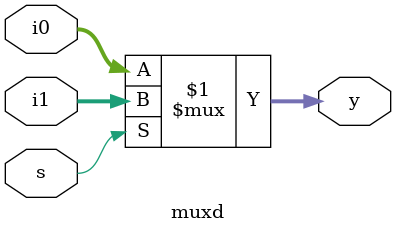
<source format=sv>
module muxd (
    input logic [7:0] i0,  // First 8-bit data input
    input logic [7:0] i1,  // Second 8-bit data input
    input logic s,         // Select signal (0 selects i0, 1 selects i1)
    output logic [7:0] y   // Selected 8-bit data output
);

    // Assign the output based on the select signal
    assign y = s ? i1 : i0;

endmodule

</source>
